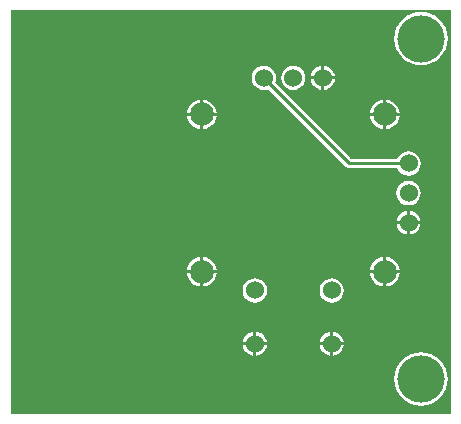
<source format=gbl>
%FSLAX25Y25*%
%MOIN*%
G70*
G01*
G75*
G04 Layer_Physical_Order=2*
G04 Layer_Color=16711680*
%ADD10R,0.11811X0.03937*%
%ADD11R,0.11811X0.05906*%
%ADD12R,0.03150X0.03543*%
%ADD13C,0.01000*%
%ADD14C,0.06000*%
%ADD15C,0.07874*%
%ADD16C,0.15748*%
G36*
X148077Y1529D02*
X1529D01*
Y136266D01*
X148077D01*
Y1529D01*
D02*
G37*
%LPC*%
G36*
X70052Y48469D02*
X65638D01*
Y44055D01*
X66427Y44159D01*
X67628Y44656D01*
X68659Y45447D01*
X69450Y46479D01*
X69948Y47680D01*
X70052Y48469D01*
D02*
G37*
G36*
X125661D02*
X121248D01*
X121352Y47680D01*
X121849Y46479D01*
X122640Y45447D01*
X123672Y44656D01*
X124873Y44159D01*
X125661Y44055D01*
Y48469D01*
D02*
G37*
G36*
X108445Y46704D02*
X107401Y46566D01*
X106428Y46163D01*
X105592Y45522D01*
X104951Y44687D01*
X104548Y43714D01*
X104410Y42669D01*
X104548Y41625D01*
X104951Y40652D01*
X105592Y39816D01*
X106428Y39175D01*
X107401Y38772D01*
X108445Y38635D01*
X109489Y38772D01*
X110462Y39175D01*
X111298Y39816D01*
X111939Y40652D01*
X112342Y41625D01*
X112479Y42669D01*
X112342Y43714D01*
X111939Y44687D01*
X111298Y45522D01*
X110462Y46163D01*
X109489Y46566D01*
X108445Y46704D01*
D02*
G37*
G36*
X64638Y48469D02*
X60224D01*
X60328Y47680D01*
X60825Y46479D01*
X61617Y45447D01*
X62648Y44656D01*
X63849Y44159D01*
X64638Y44055D01*
Y48469D01*
D02*
G37*
G36*
X131075D02*
X126661D01*
Y44055D01*
X127450Y44159D01*
X128651Y44656D01*
X129683Y45447D01*
X130474Y46479D01*
X130971Y47680D01*
X131075Y48469D01*
D02*
G37*
G36*
X125661Y53882D02*
X124873Y53778D01*
X123672Y53281D01*
X122640Y52490D01*
X121849Y51458D01*
X121352Y50257D01*
X121248Y49468D01*
X125661D01*
Y53882D01*
D02*
G37*
G36*
X126661D02*
Y49468D01*
X131075D01*
X130971Y50257D01*
X130474Y51458D01*
X129683Y52490D01*
X128651Y53281D01*
X127450Y53778D01*
X126661Y53882D01*
D02*
G37*
G36*
X64638D02*
X63849Y53778D01*
X62648Y53281D01*
X61617Y52490D01*
X60825Y51458D01*
X60328Y50257D01*
X60224Y49468D01*
X64638D01*
Y53882D01*
D02*
G37*
G36*
X65638D02*
Y49468D01*
X70052D01*
X69948Y50257D01*
X69450Y51458D01*
X68659Y52490D01*
X67628Y53281D01*
X66427Y53778D01*
X65638Y53882D01*
D02*
G37*
G36*
X82854Y46704D02*
X81810Y46566D01*
X80837Y46163D01*
X80001Y45522D01*
X79360Y44687D01*
X78957Y43714D01*
X78820Y42669D01*
X78957Y41625D01*
X79360Y40652D01*
X80001Y39816D01*
X80837Y39175D01*
X81810Y38772D01*
X82854Y38635D01*
X83899Y38772D01*
X84872Y39175D01*
X85707Y39816D01*
X86348Y40652D01*
X86751Y41625D01*
X86889Y42669D01*
X86751Y43714D01*
X86348Y44687D01*
X85707Y45522D01*
X84872Y46163D01*
X83899Y46566D01*
X82854Y46704D01*
D02*
G37*
G36*
X86823Y24453D02*
X83354D01*
Y20984D01*
X83899Y21056D01*
X84872Y21459D01*
X85707Y22100D01*
X86348Y22936D01*
X86751Y23909D01*
X86823Y24453D01*
D02*
G37*
G36*
X107945D02*
X104476D01*
X104548Y23909D01*
X104951Y22936D01*
X105592Y22100D01*
X106428Y21459D01*
X107401Y21056D01*
X107945Y20984D01*
Y24453D01*
D02*
G37*
G36*
X138150Y22067D02*
X136410Y21895D01*
X134737Y21388D01*
X133196Y20564D01*
X131844Y19455D01*
X130735Y18104D01*
X129911Y16562D01*
X129404Y14889D01*
X129233Y13150D01*
X129404Y11410D01*
X129911Y9737D01*
X130735Y8196D01*
X131844Y6844D01*
X133196Y5735D01*
X134737Y4911D01*
X136410Y4404D01*
X138150Y4233D01*
X139889Y4404D01*
X141562Y4911D01*
X143104Y5735D01*
X144455Y6844D01*
X145564Y8196D01*
X146388Y9737D01*
X146895Y11410D01*
X147067Y13150D01*
X146895Y14889D01*
X146388Y16562D01*
X145564Y18104D01*
X144455Y19455D01*
X143104Y20564D01*
X141562Y21388D01*
X139889Y21895D01*
X138150Y22067D01*
D02*
G37*
G36*
X82354Y24453D02*
X78886D01*
X78957Y23909D01*
X79360Y22936D01*
X80001Y22100D01*
X80837Y21459D01*
X81810Y21056D01*
X82354Y20984D01*
Y24453D01*
D02*
G37*
G36*
X112414D02*
X108945D01*
Y20984D01*
X109489Y21056D01*
X110462Y21459D01*
X111298Y22100D01*
X111939Y22936D01*
X112342Y23909D01*
X112414Y24453D01*
D02*
G37*
G36*
X107945Y28921D02*
X107401Y28850D01*
X106428Y28447D01*
X105592Y27806D01*
X104951Y26970D01*
X104548Y25997D01*
X104476Y25453D01*
X107945D01*
Y28921D01*
D02*
G37*
G36*
X108945D02*
Y25453D01*
X112414D01*
X112342Y25997D01*
X111939Y26970D01*
X111298Y27806D01*
X110462Y28447D01*
X109489Y28850D01*
X108945Y28921D01*
D02*
G37*
G36*
X82354D02*
X81810Y28850D01*
X80837Y28447D01*
X80001Y27806D01*
X79360Y26970D01*
X78957Y25997D01*
X78886Y25453D01*
X82354D01*
Y28921D01*
D02*
G37*
G36*
X83354D02*
Y25453D01*
X86823D01*
X86751Y25997D01*
X86348Y26970D01*
X85707Y27806D01*
X84872Y28447D01*
X83899Y28850D01*
X83354Y28921D01*
D02*
G37*
G36*
X126661Y106245D02*
Y101831D01*
X131075D01*
X130971Y102620D01*
X130474Y103821D01*
X129683Y104852D01*
X128651Y105643D01*
X127450Y106141D01*
X126661Y106245D01*
D02*
G37*
G36*
X95650Y117570D02*
X94605Y117432D01*
X93632Y117029D01*
X92797Y116388D01*
X92156Y115553D01*
X91753Y114580D01*
X91615Y113535D01*
X91753Y112491D01*
X92156Y111518D01*
X92797Y110683D01*
X93632Y110041D01*
X94605Y109638D01*
X95650Y109501D01*
X96694Y109638D01*
X97667Y110041D01*
X98502Y110683D01*
X99144Y111518D01*
X99547Y112491D01*
X99684Y113535D01*
X99547Y114580D01*
X99144Y115553D01*
X98502Y116388D01*
X97667Y117029D01*
X96694Y117432D01*
X95650Y117570D01*
D02*
G37*
G36*
X125661Y106245D02*
X124873Y106141D01*
X123672Y105643D01*
X122640Y104852D01*
X121849Y103821D01*
X121352Y102620D01*
X121248Y101831D01*
X125661D01*
Y106245D01*
D02*
G37*
G36*
X64638D02*
X63849Y106141D01*
X62648Y105643D01*
X61617Y104852D01*
X60825Y103821D01*
X60328Y102620D01*
X60224Y101831D01*
X64638D01*
Y106245D01*
D02*
G37*
G36*
X65638D02*
Y101831D01*
X70052D01*
X69948Y102620D01*
X69450Y103821D01*
X68659Y104852D01*
X67628Y105643D01*
X66427Y106141D01*
X65638Y106245D01*
D02*
G37*
G36*
X105992Y117504D02*
Y114035D01*
X109461D01*
X109389Y114580D01*
X108986Y115553D01*
X108345Y116388D01*
X107509Y117029D01*
X106536Y117432D01*
X105992Y117504D01*
D02*
G37*
G36*
X138150Y135567D02*
X136410Y135395D01*
X134737Y134888D01*
X133196Y134064D01*
X131844Y132955D01*
X130735Y131604D01*
X129911Y130062D01*
X129404Y128389D01*
X129233Y126650D01*
X129404Y124910D01*
X129911Y123237D01*
X130735Y121696D01*
X131844Y120344D01*
X133196Y119235D01*
X134737Y118411D01*
X136410Y117904D01*
X138150Y117733D01*
X139889Y117904D01*
X141562Y118411D01*
X143104Y119235D01*
X144455Y120344D01*
X145564Y121696D01*
X146388Y123237D01*
X146895Y124910D01*
X147067Y126650D01*
X146895Y128389D01*
X146388Y130062D01*
X145564Y131604D01*
X144455Y132955D01*
X143104Y134064D01*
X141562Y134888D01*
X139889Y135395D01*
X138150Y135567D01*
D02*
G37*
G36*
X104992Y117504D02*
X104448Y117432D01*
X103475Y117029D01*
X102639Y116388D01*
X101998Y115553D01*
X101595Y114580D01*
X101523Y114035D01*
X104992D01*
Y117504D01*
D02*
G37*
G36*
Y113035D02*
X101523D01*
X101595Y112491D01*
X101998Y111518D01*
X102639Y110683D01*
X103475Y110041D01*
X104448Y109638D01*
X104992Y109567D01*
Y113035D01*
D02*
G37*
G36*
X109461D02*
X105992D01*
Y109567D01*
X106536Y109638D01*
X107509Y110041D01*
X108345Y110683D01*
X108986Y111518D01*
X109389Y112491D01*
X109461Y113035D01*
D02*
G37*
G36*
X134535Y69276D02*
Y65807D01*
X138004D01*
X137933Y66351D01*
X137529Y67324D01*
X136888Y68160D01*
X136053Y68801D01*
X135080Y69204D01*
X134535Y69276D01*
D02*
G37*
G36*
X134035Y79184D02*
X132991Y79047D01*
X132018Y78644D01*
X131183Y78002D01*
X130541Y77167D01*
X130138Y76194D01*
X130001Y75150D01*
X130138Y74105D01*
X130541Y73132D01*
X131183Y72297D01*
X132018Y71656D01*
X132991Y71253D01*
X134035Y71115D01*
X135080Y71253D01*
X136053Y71656D01*
X136888Y72297D01*
X137529Y73132D01*
X137933Y74105D01*
X138070Y75150D01*
X137933Y76194D01*
X137529Y77167D01*
X136888Y78002D01*
X136053Y78644D01*
X135080Y79047D01*
X134035Y79184D01*
D02*
G37*
G36*
X133535Y69276D02*
X132991Y69204D01*
X132018Y68801D01*
X131183Y68160D01*
X130541Y67324D01*
X130138Y66351D01*
X130067Y65807D01*
X133535D01*
Y69276D01*
D02*
G37*
G36*
Y64807D02*
X130067D01*
X130138Y64263D01*
X130541Y63290D01*
X131183Y62454D01*
X132018Y61813D01*
X132991Y61410D01*
X133535Y61338D01*
Y64807D01*
D02*
G37*
G36*
X138004D02*
X134535D01*
Y61338D01*
X135080Y61410D01*
X136053Y61813D01*
X136888Y62454D01*
X137529Y63290D01*
X137933Y64263D01*
X138004Y64807D01*
D02*
G37*
G36*
X125661Y100831D02*
X121248D01*
X121352Y100042D01*
X121849Y98841D01*
X122640Y97810D01*
X123672Y97018D01*
X124873Y96521D01*
X125661Y96417D01*
Y100831D01*
D02*
G37*
G36*
X131075D02*
X126661D01*
Y96417D01*
X127450Y96521D01*
X128651Y97018D01*
X129683Y97810D01*
X130474Y98841D01*
X130971Y100042D01*
X131075Y100831D01*
D02*
G37*
G36*
X70052D02*
X65638D01*
Y96417D01*
X66427Y96521D01*
X67628Y97018D01*
X68659Y97810D01*
X69450Y98841D01*
X69948Y100042D01*
X70052Y100831D01*
D02*
G37*
G36*
X85807Y117570D02*
X84763Y117432D01*
X83790Y117029D01*
X82954Y116388D01*
X82313Y115553D01*
X81910Y114580D01*
X81773Y113535D01*
X81910Y112491D01*
X82313Y111518D01*
X82954Y110683D01*
X83790Y110041D01*
X84763Y109638D01*
X85807Y109501D01*
X86851Y109638D01*
X87339Y109841D01*
X113269Y83911D01*
X113269D01*
X113269Y83911D01*
X113269D01*
X113269Y83911D01*
Y83911D01*
X113269Y83911D01*
Y83911D01*
X113765Y83579D01*
X114350Y83463D01*
X130339D01*
X130541Y82975D01*
X131183Y82139D01*
X132018Y81498D01*
X132991Y81095D01*
X134035Y80958D01*
X135080Y81095D01*
X136053Y81498D01*
X136888Y82139D01*
X137529Y82975D01*
X137933Y83948D01*
X138070Y84992D01*
X137933Y86036D01*
X137529Y87009D01*
X136888Y87845D01*
X136053Y88486D01*
X135080Y88889D01*
X134035Y89027D01*
X132991Y88889D01*
X132018Y88486D01*
X131183Y87845D01*
X130541Y87009D01*
X130339Y86522D01*
X114984D01*
X89502Y112003D01*
X89704Y112491D01*
X89842Y113535D01*
X89704Y114580D01*
X89301Y115553D01*
X88660Y116388D01*
X87824Y117029D01*
X86851Y117432D01*
X85807Y117570D01*
D02*
G37*
G36*
X64638Y100831D02*
X60224D01*
X60328Y100042D01*
X60825Y98841D01*
X61617Y97810D01*
X62648Y97018D01*
X63849Y96521D01*
X64638Y96417D01*
Y100831D01*
D02*
G37*
%LPD*%
D13*
X85807Y113535D02*
X114350Y84992D01*
X134035D01*
D14*
X82854Y24953D02*
D03*
X108445D02*
D03*
Y42669D02*
D03*
X134035Y65307D02*
D03*
Y75150D02*
D03*
X85807Y113535D02*
D03*
X95650D02*
D03*
X105492D02*
D03*
X134035Y84992D02*
D03*
X82854Y42669D02*
D03*
D15*
X126161Y48968D02*
D03*
X65138D02*
D03*
X126161Y101331D02*
D03*
X65138D02*
D03*
D16*
X138150Y126650D02*
D03*
Y13150D02*
D03*
M02*

</source>
